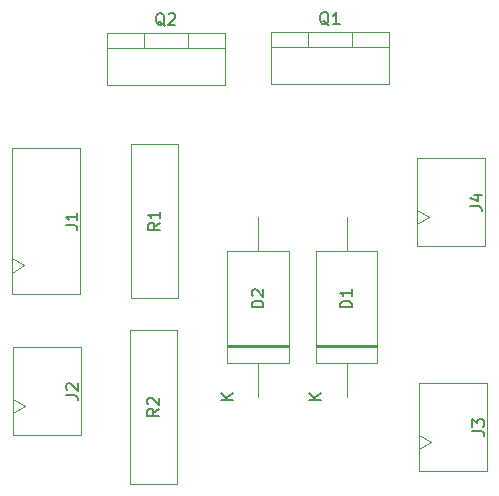
<source format=gbr>
%TF.GenerationSoftware,KiCad,Pcbnew,(6.0.2)*%
%TF.CreationDate,2022-08-02T15:28:20+01:00*%
%TF.ProjectId,solenoid_driver,736f6c65-6e6f-4696-945f-647269766572,rev?*%
%TF.SameCoordinates,Original*%
%TF.FileFunction,AssemblyDrawing,Top*%
%FSLAX46Y46*%
G04 Gerber Fmt 4.6, Leading zero omitted, Abs format (unit mm)*
G04 Created by KiCad (PCBNEW (6.0.2)) date 2022-08-02 15:28:20*
%MOMM*%
%LPD*%
G01*
G04 APERTURE LIST*
%ADD10C,0.150000*%
%ADD11C,0.100000*%
G04 APERTURE END LIST*
D10*
%TO.C,J1*%
X118652380Y-97083333D02*
X119366666Y-97083333D01*
X119509523Y-97130952D01*
X119604761Y-97226190D01*
X119652380Y-97369047D01*
X119652380Y-97464285D01*
X119652380Y-96083333D02*
X119652380Y-96654761D01*
X119652380Y-96369047D02*
X118652380Y-96369047D01*
X118795238Y-96464285D01*
X118890476Y-96559523D01*
X118938095Y-96654761D01*
%TO.C,R1*%
X126626880Y-96885666D02*
X126150690Y-97219000D01*
X126626880Y-97457095D02*
X125626880Y-97457095D01*
X125626880Y-97076142D01*
X125674500Y-96980904D01*
X125722119Y-96933285D01*
X125817357Y-96885666D01*
X125960214Y-96885666D01*
X126055452Y-96933285D01*
X126103071Y-96980904D01*
X126150690Y-97076142D01*
X126150690Y-97457095D01*
X126626880Y-95933285D02*
X126626880Y-96504714D01*
X126626880Y-96219000D02*
X125626880Y-96219000D01*
X125769738Y-96314238D01*
X125864976Y-96409476D01*
X125912595Y-96504714D01*
%TO.C,D1*%
X142882880Y-104038595D02*
X141882880Y-104038595D01*
X141882880Y-103800500D01*
X141930500Y-103657642D01*
X142025738Y-103562404D01*
X142120976Y-103514785D01*
X142311452Y-103467166D01*
X142454309Y-103467166D01*
X142644785Y-103514785D01*
X142740023Y-103562404D01*
X142835261Y-103657642D01*
X142882880Y-103800500D01*
X142882880Y-104038595D01*
X142882880Y-102514785D02*
X142882880Y-103086214D01*
X142882880Y-102800500D02*
X141882880Y-102800500D01*
X142025738Y-102895738D01*
X142120976Y-102990976D01*
X142168595Y-103086214D01*
X140282880Y-111894904D02*
X139282880Y-111894904D01*
X140282880Y-111323476D02*
X139711452Y-111752047D01*
X139282880Y-111323476D02*
X139854309Y-111894904D01*
%TO.C,D2*%
X135389880Y-104038595D02*
X134389880Y-104038595D01*
X134389880Y-103800500D01*
X134437500Y-103657642D01*
X134532738Y-103562404D01*
X134627976Y-103514785D01*
X134818452Y-103467166D01*
X134961309Y-103467166D01*
X135151785Y-103514785D01*
X135247023Y-103562404D01*
X135342261Y-103657642D01*
X135389880Y-103800500D01*
X135389880Y-104038595D01*
X134485119Y-103086214D02*
X134437500Y-103038595D01*
X134389880Y-102943357D01*
X134389880Y-102705261D01*
X134437500Y-102610023D01*
X134485119Y-102562404D01*
X134580357Y-102514785D01*
X134675595Y-102514785D01*
X134818452Y-102562404D01*
X135389880Y-103133833D01*
X135389880Y-102514785D01*
X132789880Y-111894904D02*
X131789880Y-111894904D01*
X132789880Y-111323476D02*
X132218452Y-111752047D01*
X131789880Y-111323476D02*
X132361309Y-111894904D01*
%TO.C,J4*%
X152901380Y-95476333D02*
X153615666Y-95476333D01*
X153758523Y-95523952D01*
X153853761Y-95619190D01*
X153901380Y-95762047D01*
X153901380Y-95857285D01*
X153234714Y-94571571D02*
X153901380Y-94571571D01*
X152853761Y-94809666D02*
X153568047Y-95047761D01*
X153568047Y-94428714D01*
%TO.C,Q1*%
X140938261Y-80161119D02*
X140843023Y-80113500D01*
X140747785Y-80018261D01*
X140604928Y-79875404D01*
X140509690Y-79827785D01*
X140414452Y-79827785D01*
X140462071Y-80065880D02*
X140366833Y-80018261D01*
X140271595Y-79923023D01*
X140223976Y-79732547D01*
X140223976Y-79399214D01*
X140271595Y-79208738D01*
X140366833Y-79113500D01*
X140462071Y-79065880D01*
X140652547Y-79065880D01*
X140747785Y-79113500D01*
X140843023Y-79208738D01*
X140890642Y-79399214D01*
X140890642Y-79732547D01*
X140843023Y-79923023D01*
X140747785Y-80018261D01*
X140652547Y-80065880D01*
X140462071Y-80065880D01*
X141843023Y-80065880D02*
X141271595Y-80065880D01*
X141557309Y-80065880D02*
X141557309Y-79065880D01*
X141462071Y-79208738D01*
X141366833Y-79303976D01*
X141271595Y-79351595D01*
%TO.C,Q2*%
X127031761Y-80224619D02*
X126936523Y-80177000D01*
X126841285Y-80081761D01*
X126698428Y-79938904D01*
X126603190Y-79891285D01*
X126507952Y-79891285D01*
X126555571Y-80129380D02*
X126460333Y-80081761D01*
X126365095Y-79986523D01*
X126317476Y-79796047D01*
X126317476Y-79462714D01*
X126365095Y-79272238D01*
X126460333Y-79177000D01*
X126555571Y-79129380D01*
X126746047Y-79129380D01*
X126841285Y-79177000D01*
X126936523Y-79272238D01*
X126984142Y-79462714D01*
X126984142Y-79796047D01*
X126936523Y-79986523D01*
X126841285Y-80081761D01*
X126746047Y-80129380D01*
X126555571Y-80129380D01*
X127365095Y-79224619D02*
X127412714Y-79177000D01*
X127507952Y-79129380D01*
X127746047Y-79129380D01*
X127841285Y-79177000D01*
X127888904Y-79224619D01*
X127936523Y-79319857D01*
X127936523Y-79415095D01*
X127888904Y-79557952D01*
X127317476Y-80129380D01*
X127936523Y-80129380D01*
%TO.C,R2*%
X126563380Y-112633666D02*
X126087190Y-112967000D01*
X126563380Y-113205095D02*
X125563380Y-113205095D01*
X125563380Y-112824142D01*
X125611000Y-112728904D01*
X125658619Y-112681285D01*
X125753857Y-112633666D01*
X125896714Y-112633666D01*
X125991952Y-112681285D01*
X126039571Y-112728904D01*
X126087190Y-112824142D01*
X126087190Y-113205095D01*
X125658619Y-112252714D02*
X125611000Y-112205095D01*
X125563380Y-112109857D01*
X125563380Y-111871761D01*
X125611000Y-111776523D01*
X125658619Y-111728904D01*
X125753857Y-111681285D01*
X125849095Y-111681285D01*
X125991952Y-111728904D01*
X126563380Y-112300333D01*
X126563380Y-111681285D01*
%TO.C,J2*%
X118674880Y-111478333D02*
X119389166Y-111478333D01*
X119532023Y-111525952D01*
X119627261Y-111621190D01*
X119674880Y-111764047D01*
X119674880Y-111859285D01*
X118770119Y-111049761D02*
X118722500Y-111002142D01*
X118674880Y-110906904D01*
X118674880Y-110668809D01*
X118722500Y-110573571D01*
X118770119Y-110525952D01*
X118865357Y-110478333D01*
X118960595Y-110478333D01*
X119103452Y-110525952D01*
X119674880Y-111097380D01*
X119674880Y-110478333D01*
%TO.C,J3*%
X153091880Y-114526333D02*
X153806166Y-114526333D01*
X153949023Y-114573952D01*
X154044261Y-114669190D01*
X154091880Y-114812047D01*
X154091880Y-114907285D01*
X153091880Y-114145380D02*
X153091880Y-113526333D01*
X153472833Y-113859666D01*
X153472833Y-113716809D01*
X153520452Y-113621571D01*
X153568071Y-113573952D01*
X153663309Y-113526333D01*
X153901404Y-113526333D01*
X153996642Y-113573952D01*
X154044261Y-113621571D01*
X154091880Y-113716809D01*
X154091880Y-114002523D01*
X154044261Y-114097761D01*
X153996642Y-114145380D01*
D11*
%TO.C,J1*%
X119900000Y-102950000D02*
X119900000Y-90550000D01*
X115150000Y-100500000D02*
X114150000Y-99875000D01*
X119900000Y-90550000D02*
X114150000Y-90550000D01*
X114150000Y-101125000D02*
X115150000Y-100500000D01*
X114150000Y-90550000D02*
X114150000Y-102950000D01*
X114150000Y-102950000D02*
X119900000Y-102950000D01*
%TO.C,R1*%
X128174500Y-103219000D02*
X128174500Y-90219000D01*
X128174500Y-90219000D02*
X124174500Y-90219000D01*
X124174500Y-103219000D02*
X128174500Y-103219000D01*
X124174500Y-90219000D02*
X124174500Y-103219000D01*
%TO.C,D1*%
X139830500Y-99263000D02*
X139830500Y-108763000D01*
X145030500Y-108763000D02*
X145030500Y-99263000D01*
X139830500Y-107338000D02*
X145030500Y-107338000D01*
X139830500Y-108763000D02*
X145030500Y-108763000D01*
X139830500Y-107438000D02*
X145030500Y-107438000D01*
X139830500Y-107238000D02*
X145030500Y-107238000D01*
X145030500Y-99263000D02*
X139830500Y-99263000D01*
X142430500Y-111633000D02*
X142430500Y-108763000D01*
X142430500Y-96393000D02*
X142430500Y-99263000D01*
%TO.C,D2*%
X132337500Y-107438000D02*
X137537500Y-107438000D01*
X132337500Y-107338000D02*
X137537500Y-107338000D01*
X137537500Y-108763000D02*
X137537500Y-99263000D01*
X132337500Y-108763000D02*
X137537500Y-108763000D01*
X134937500Y-96393000D02*
X134937500Y-99263000D01*
X134937500Y-111633000D02*
X134937500Y-108763000D01*
X132337500Y-107238000D02*
X137537500Y-107238000D01*
X132337500Y-99263000D02*
X132337500Y-108763000D01*
X137537500Y-99263000D02*
X132337500Y-99263000D01*
%TO.C,J4*%
X148399000Y-91443000D02*
X148399000Y-98843000D01*
X154149000Y-91443000D02*
X148399000Y-91443000D01*
X148399000Y-97018000D02*
X149399000Y-96393000D01*
X154149000Y-98843000D02*
X154149000Y-91443000D01*
X149399000Y-96393000D02*
X148399000Y-95768000D01*
X148399000Y-98843000D02*
X154149000Y-98843000D01*
%TO.C,Q1*%
X146033500Y-85133500D02*
X146033500Y-80733500D01*
X139183500Y-80733500D02*
X139183500Y-82003500D01*
X142883500Y-80733500D02*
X142883500Y-82003500D01*
X136033500Y-80733500D02*
X136033500Y-85133500D01*
X136033500Y-82003500D02*
X146033500Y-82003500D01*
X146033500Y-80733500D02*
X136033500Y-80733500D01*
X136033500Y-85133500D02*
X146033500Y-85133500D01*
%TO.C,Q2*%
X122127000Y-80797000D02*
X122127000Y-85197000D01*
X132127000Y-85197000D02*
X132127000Y-80797000D01*
X122127000Y-82067000D02*
X132127000Y-82067000D01*
X132127000Y-80797000D02*
X122127000Y-80797000D01*
X122127000Y-85197000D02*
X132127000Y-85197000D01*
X128977000Y-80797000D02*
X128977000Y-82067000D01*
X125277000Y-80797000D02*
X125277000Y-82067000D01*
%TO.C,R2*%
X124111000Y-118967000D02*
X128111000Y-118967000D01*
X128111000Y-105967000D02*
X124111000Y-105967000D01*
X124111000Y-105967000D02*
X124111000Y-118967000D01*
X128111000Y-118967000D02*
X128111000Y-105967000D01*
%TO.C,J2*%
X119922500Y-114845000D02*
X119922500Y-107445000D01*
X114172500Y-114845000D02*
X119922500Y-114845000D01*
X114172500Y-107445000D02*
X114172500Y-114845000D01*
X114172500Y-113020000D02*
X115172500Y-112395000D01*
X115172500Y-112395000D02*
X114172500Y-111770000D01*
X119922500Y-107445000D02*
X114172500Y-107445000D01*
%TO.C,J3*%
X149589500Y-115443000D02*
X148589500Y-114818000D01*
X148589500Y-117893000D02*
X154339500Y-117893000D01*
X148589500Y-116068000D02*
X149589500Y-115443000D01*
X154339500Y-117893000D02*
X154339500Y-110493000D01*
X154339500Y-110493000D02*
X148589500Y-110493000D01*
X148589500Y-110493000D02*
X148589500Y-117893000D01*
%TD*%
M02*

</source>
